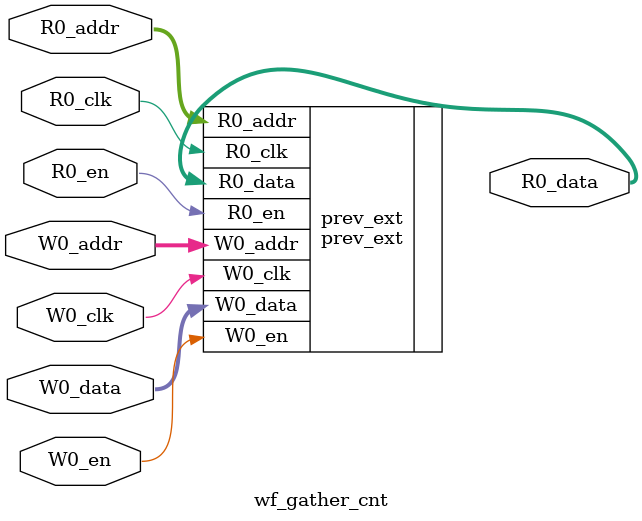
<source format=sv>
`ifndef RANDOMIZE
  `ifdef RANDOMIZE_MEM_INIT
    `define RANDOMIZE
  `endif // RANDOMIZE_MEM_INIT
`endif // not def RANDOMIZE
`ifndef RANDOMIZE
  `ifdef RANDOMIZE_REG_INIT
    `define RANDOMIZE
  `endif // RANDOMIZE_REG_INIT
`endif // not def RANDOMIZE

`ifndef RANDOM
  `define RANDOM $random
`endif // not def RANDOM

// Users can define INIT_RANDOM as general code that gets injected into the
// initializer block for modules with registers.
`ifndef INIT_RANDOM
  `define INIT_RANDOM
`endif // not def INIT_RANDOM

// If using random initialization, you can also define RANDOMIZE_DELAY to
// customize the delay used, otherwise 0.002 is used.
`ifndef RANDOMIZE_DELAY
  `define RANDOMIZE_DELAY 0.002
`endif // not def RANDOMIZE_DELAY

// Define INIT_RANDOM_PROLOG_ for use in our modules below.
`ifndef INIT_RANDOM_PROLOG_
  `ifdef RANDOMIZE
    `ifdef VERILATOR
      `define INIT_RANDOM_PROLOG_ `INIT_RANDOM
    `else  // VERILATOR
      `define INIT_RANDOM_PROLOG_ `INIT_RANDOM #`RANDOMIZE_DELAY begin end
    `endif // VERILATOR
  `else  // RANDOMIZE
    `define INIT_RANDOM_PROLOG_
  `endif // RANDOMIZE
`endif // not def INIT_RANDOM_PROLOG_

// Include register initializers in init blocks unless synthesis is set
`ifndef SYNTHESIS
  `ifndef ENABLE_INITIAL_REG_
    `define ENABLE_INITIAL_REG_
  `endif // not def ENABLE_INITIAL_REG_
`endif // not def SYNTHESIS

// Include rmemory initializers in init blocks unless synthesis is set
`ifndef SYNTHESIS
  `ifndef ENABLE_INITIAL_MEM_
    `define ENABLE_INITIAL_MEM_
  `endif // not def ENABLE_INITIAL_MEM_
`endif // not def SYNTHESIS

// Standard header to adapt well known macros for prints and assertions.

// Users can define 'PRINTF_COND' to add an extra gate to prints.
`ifndef PRINTF_COND_
  `ifdef PRINTF_COND
    `define PRINTF_COND_ (`PRINTF_COND)
  `else  // PRINTF_COND
    `define PRINTF_COND_ 1
  `endif // PRINTF_COND
`endif // not def PRINTF_COND_

// Users can define 'ASSERT_VERBOSE_COND' to add an extra gate to assert error printing.
`ifndef ASSERT_VERBOSE_COND_
  `ifdef ASSERT_VERBOSE_COND
    `define ASSERT_VERBOSE_COND_ (`ASSERT_VERBOSE_COND)
  `else  // ASSERT_VERBOSE_COND
    `define ASSERT_VERBOSE_COND_ 1
  `endif // ASSERT_VERBOSE_COND
`endif // not def ASSERT_VERBOSE_COND_

// Users can define 'STOP_COND' to add an extra gate to stop conditions.
`ifndef STOP_COND_
  `ifdef STOP_COND
    `define STOP_COND_ (`STOP_COND)
  `else  // STOP_COND
    `define STOP_COND_ 1
  `endif // STOP_COND
`endif // not def STOP_COND_

module wf_gather_cnt(	// ventus/src/cta/cu_interface.scala:165:34
  input  [2:0] R0_addr,
  input        R0_en,
               R0_clk,
  output [2:0] R0_data,
  input  [2:0] W0_addr,
  input        W0_en,
               W0_clk,
  input  [2:0] W0_data
);

  prev_ext prev_ext (	// ventus/src/cta/cu_interface.scala:165:34
    .R0_addr (R0_addr),
    .R0_en   (R0_en),
    .R0_clk  (R0_clk),
    .R0_data (R0_data),
    .W0_addr (W0_addr),
    .W0_en   (W0_en),
    .W0_clk  (W0_clk),
    .W0_data (W0_data)
  );
endmodule


</source>
